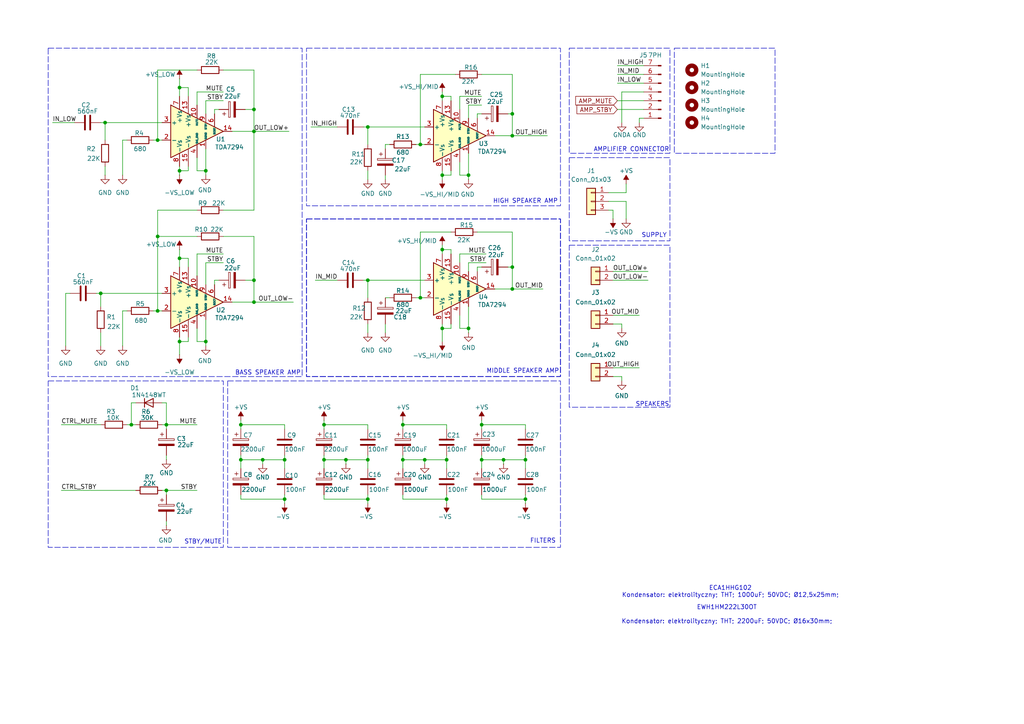
<source format=kicad_sch>
(kicad_sch (version 20231120) (generator "eeschema") (generator_version "8.0")
  (paper "A4")
  (title_block (title "Wzmacniacz"))
  (lib_symbols
    (symbol "Amplifier_Audio:TDA7294" (pin_names (offset 0.127))
      (property "Reference" "U" (at 10.16 6.35 0))
      (property "Value" "TDA7294" (at 10.16 3.81 0))
      (symbol "TDA7294_1_1"
        (pin power_in line (at 2.54 -5.08 90) (length 2.54) (name "SGND") (number "1"))
        (pin input line (at 0 7.62 270) (length 3.81) (name "MUTE") (number "10"))
        (pin no_connect line (at 0 2.54 270) (length 2.54) hide (name "NC") (number "11"))
        (pin no_connect line (at 2.54 2.54 270) (length 2.54) hide (name "NC") (number "12"))
        (pin power_in line (at -2.54 10.16 270) (length 5.08) (name "+Vs") (number "13"))
        (pin output line (at 10.16 0 180) (length 2.54) (name "~") (number "14"))
        (pin power_in line (at -2.54 -10.16 90) (length 5.08) (name "-Vs") (number "15"))
        (pin input line (at -10.16 -2.54 0) (length 2.54) (name "-") (number "2"))
        (pin input line (at -10.16 2.54 0) (length 2.54) (name "+") (number "3"))
        (pin power_in line (at 0 -7.62 90) (length 3.81) (name "SIG_GND") (number "4"))
        (pin no_connect line (at -2.54 2.54 270) (length 2.54) hide (name "NC") (number "5"))
        (pin passive line (at 5.08 5.08 270) (length 3.81) (name "BOOT") (number "6"))
        (pin power_in line (at -5.08 10.16 270) (length 3.81) (name "+Vs") (number "7"))
        (pin power_in line (at -5.08 -10.16 90) (length 3.81) (name "-Vs") (number "8"))
        (pin input line (at 2.54 5.08 270) (length 2.54) (name "STBY") (number "9"))
      )
    )
    (symbol "Connector:Conn_01x07_Pin" (pin_names (offset 1.016) hide)
      (property "Reference" "J" (at 0 10.16 0))
      (property "Value" "Conn_01x07_Pin" (at 0 -10.16 0))
      (symbol "Conn_01x07_Pin_1_1"
        (pin passive line (at 5.08 7.62 180) (length 3.81) (name "Pin_1") (number "1"))
        (pin passive line (at 5.08 5.08 180) (length 3.81) (name "Pin_2") (number "2"))
        (pin passive line (at 5.08 2.54 180) (length 3.81) (name "Pin_3") (number "3"))
        (pin passive line (at 5.08 0 180) (length 3.81) (name "Pin_4") (number "4"))
        (pin passive line (at 5.08 -2.54 180) (length 3.81) (name "Pin_5") (number "5"))
        (pin passive line (at 5.08 -5.08 180) (length 3.81) (name "Pin_6") (number "6"))
        (pin passive line (at 5.08 -7.62 180) (length 3.81) (name "Pin_7") (number "7"))
      )
    )
    (symbol "Connector_Generic:Conn_01x02" (pin_names (offset 1.016) hide)
      (property "Reference" "J" (at 0 2.54 0))
      (property "Value" "Conn_01x02" (at 0 -5.08 0))
      (symbol "Conn_01x02_1_1"
        (pin passive line (at -5.08 0 0) (length 3.81) (name "Pin_1") (number "1"))
        (pin passive line (at -5.08 -2.54 0) (length 3.81) (name "Pin_2") (number "2"))
      )
    )
    (symbol "Connector_Generic:Conn_01x03" (pin_names (offset 1.016) hide)
      (property "Reference" "J" (at 0 5.08 0))
      (property "Value" "Conn_01x03" (at 0 -5.08 0))
      (symbol "Conn_01x03_1_1"
        (pin passive line (at -5.08 2.54 0) (length 3.81) (name "Pin_1") (number "1"))
        (pin passive line (at -5.08 0 0) (length 3.81) (name "Pin_2") (number "2"))
        (pin passive line (at -5.08 -2.54 0) (length 3.81) (name "Pin_3") (number "3"))
      )
    )
    (symbol "Device:C" (pin_numbers hide) (pin_names (offset 0.254))
      (property "Reference" "C" (at 0.635 2.54 0))
      (property "Value" "C" (at 0.635 -2.54 0))
      (symbol "C_1_1"
        (pin passive line (at 0 3.81 270) (length 2.794) (name "~") (number "1"))
        (pin passive line (at 0 -3.81 90) (length 2.794) (name "~") (number "2"))
      )
    )
    (symbol "Device:C_Polarized" (pin_numbers hide) (pin_names (offset 0.254))
      (property "Reference" "C" (at 0.635 2.54 0))
      (property "Value" "C_Polarized" (at 0.635 -2.54 0))
      (symbol "C_Polarized_1_1"
        (pin passive line (at 0 3.81 270) (length 2.794) (name "~") (number "1"))
        (pin passive line (at 0 -3.81 90) (length 2.794) (name "~") (number "2"))
      )
    )
    (symbol "Device:R" (pin_numbers hide) (pin_names (offset 0))
      (property "Reference" "R" (at 2.032 0 90))
      (property "Value" "R" (at 0 0 90))
      (symbol "R_1_1"
        (pin passive line (at 0 3.81 270) (length 1.27) (name "~") (number "1"))
        (pin passive line (at 0 -3.81 90) (length 1.27) (name "~") (number "2"))
      )
    )
    (symbol "Diode:1N4148WT" (pin_numbers hide) (pin_names hide)
      (property "Reference" "D" (at 0 2.54 0))
      (property "Value" "1N4148WT" (at 0 -2.54 0))
      (symbol "1N4148WT_1_1"
        (pin passive line (at -3.81 0 0) (length 2.54) (name "K") (number "1"))
        (pin passive line (at 3.81 0 180) (length 2.54) (name "A") (number "2"))
      )
    )
    (symbol "Mechanical:MountingHole" (pin_names (offset 1.016)) (exclude_from_sim yes) (in_bom no)
      (property "Reference" "H" (at 0 5.08 0))
      (property "Value" "MountingHole" (at 0 3.175 0))
    )
    (symbol "power:GND" (power) (pin_numbers hide) (pin_names (offset 0) hide)
      (property "Value" "GND" (at 0 -3.81 0))
      (symbol "GND_1_1"
        (pin power_in line (at 0 0 270) (length 0) (name "~") (number "1"))
      )
    )
    (symbol "power:GNDA" (power) (pin_numbers hide) (pin_names (offset 0) hide)
      (property "Value" "GNDA" (at 0 -3.81 0))
      (symbol "GNDA_1_1"
        (pin power_in line (at 0 0 270) (length 0) (name "~") (number "1"))
      )
    )
    (symbol "power:VS" (power) (pin_numbers hide) (pin_names (offset 0) hide)
      (property "Value" "VS" (at 0 3.556 0))
      (symbol "VS_1_1"
        (pin power_in line (at 0 0 90) (length 0) (name "~") (number "1"))
      )
    )
  )
  (junction (at 135.89 50.8))
  (junction (at 45.72 68.58))
  (junction (at 52.07 25.4))
  (junction (at 82.55 133.35))
  (junction (at 148.59 33.02))
  (junction (at 69.85 123.19))
  (junction (at 30.48 35.56))
  (junction (at 121.92 41.91))
  (junction (at 139.7 133.35))
  (junction (at 152.4 133.35))
  (junction (at 116.84 123.19))
  (junction (at 106.68 144.78))
  (junction (at 29.21 85.09))
  (junction (at 45.72 40.64))
  (junction (at 38.1 123.19))
  (junction (at 48.26 142.24))
  (junction (at 121.92 86.36))
  (junction (at 129.54 144.78))
  (junction (at 128.27 95.25))
  (junction (at 128.27 50.8))
  (junction (at 52.07 49.53))
  (junction (at 73.66 31.75))
  (junction (at 128.27 72.39))
  (junction (at 152.4 144.78))
  (junction (at 106.68 36.83))
  (junction (at 128.27 27.94))
  (junction (at 116.84 133.35))
  (junction (at 69.85 133.35))
  (junction (at 148.59 83.82))
  (junction (at 82.55 144.78))
  (junction (at 106.68 81.28))
  (junction (at 146.05 133.35))
  (junction (at 59.69 49.53))
  (junction (at 76.2 133.35))
  (junction (at 52.07 74.93))
  (junction (at 59.69 99.06))
  (junction (at 100.33 133.35))
  (junction (at 48.26 123.19))
  (junction (at 135.89 95.25))
  (junction (at 123.19 133.35))
  (junction (at 73.66 38.1))
  (junction (at 139.7 123.19))
  (junction (at 73.66 81.28))
  (junction (at 93.98 133.35))
  (junction (at 148.59 77.47))
  (junction (at 45.72 90.17))
  (junction (at 148.59 39.37))
  (junction (at 93.98 123.19))
  (junction (at 73.66 87.63))
  (junction (at 106.68 133.35))
  (junction (at 129.54 133.35))
  (junction (at 52.07 99.06))
  (wire (pts (xy 71.12 31.75) (xy 73.66 31.75)))
  (wire (pts (xy 128.27 26.67) (xy 128.27 27.94)))
  (wire (pts (xy 82.55 133.35) (xy 82.55 135.89)))
  (wire (pts (xy 111.76 41.91) (xy 113.03 41.91)))
  (wire (pts (xy 69.85 133.35) (xy 76.2 133.35)))
  (wire (pts (xy 52.07 99.06) (xy 54.61 99.06)))
  (wire (pts (xy 100.33 133.35) (xy 106.68 133.35)))
  (wire (pts (xy 152.4 123.19) (xy 152.4 124.46)))
  (wire (pts (xy 106.68 49.53) (xy 106.68 52.07)))
  (wire (pts (xy 181.61 58.42) (xy 181.61 63.5)))
  (wire (pts (xy 93.98 133.35) (xy 93.98 135.89)))
  (wire (pts (xy 67.31 38.1) (xy 73.66 38.1)))
  (wire (pts (xy 48.26 123.19) (xy 57.15 123.19)))
  (wire (pts (xy 93.98 133.35) (xy 100.33 133.35)))
  (wire (pts (xy 128.27 27.94) (xy 128.27 29.21)))
  (wire (pts (xy 177.8 81.28) (xy 187.96 81.28)))
  (wire (pts (xy 106.68 144.78) (xy 106.68 143.51)))
  (wire (pts (xy 121.92 67.31) (xy 121.92 86.36)))
  (wire (pts (xy 129.54 132.08) (xy 129.54 133.35)))
  (wire (pts (xy 116.84 144.78) (xy 129.54 144.78)))
  (wire (pts (xy 128.27 95.25) (xy 128.27 99.06)))
  (wire (pts (xy 133.35 50.8) (xy 133.35 46.99)))
  (wire (pts (xy 59.69 43.18) (xy 59.69 49.53)))
  (wire (pts (xy 152.4 133.35) (xy 152.4 135.89)))
  (wire (pts (xy 185.42 34.29) (xy 185.42 35.56)))
  (wire (pts (xy 38.1 116.84) (xy 39.37 116.84)))
  (wire (pts (xy 27.94 85.09) (xy 29.21 85.09)))
  (wire (pts (xy 52.07 99.06) (xy 52.07 102.87)))
  (wire (pts (xy 176.53 58.42) (xy 181.61 58.42)))
  (wire (pts (xy 121.92 41.91) (xy 123.19 41.91)))
  (wire (pts (xy 69.85 121.92) (xy 69.85 123.19)))
  (wire (pts (xy 106.68 81.28) (xy 106.68 86.36)))
  (wire (pts (xy 177.8 106.68) (xy 185.42 106.68)))
  (wire (pts (xy 93.98 123.19) (xy 106.68 123.19)))
  (wire (pts (xy 35.56 90.17) (xy 36.83 90.17)))
  (wire (pts (xy 111.76 43.18) (xy 111.76 41.91)))
  (wire (pts (xy 116.84 132.08) (xy 116.84 133.35)))
  (wire (pts (xy 91.44 81.28) (xy 97.79 81.28)))
  (wire (pts (xy 135.89 30.48) (xy 135.89 34.29)))
  (wire (pts (xy 45.72 68.58) (xy 45.72 90.17)))
  (wire (pts (xy 128.27 93.98) (xy 128.27 95.25)))
  (wire (pts (xy 48.26 123.19) (xy 48.26 124.46)))
  (wire (pts (xy 73.66 20.32) (xy 73.66 31.75)))
  (wire (pts (xy 29.21 85.09) (xy 29.21 88.9)))
  (wire (pts (xy 130.81 67.31) (xy 121.92 67.31)))
  (wire (pts (xy 138.43 77.47) (xy 138.43 78.74)))
  (wire (pts (xy 93.98 123.19) (xy 93.98 124.46)))
  (wire (pts (xy 148.59 39.37) (xy 158.75 39.37)))
  (wire (pts (xy 116.84 123.19) (xy 116.84 124.46)))
  (wire (pts (xy 121.92 86.36) (xy 123.19 86.36)))
  (wire (pts (xy 30.48 48.26) (xy 30.48 50.8)))
  (wire (pts (xy 69.85 123.19) (xy 82.55 123.19)))
  (wire (pts (xy 48.26 116.84) (xy 48.26 123.19)))
  (wire (pts (xy 139.7 144.78) (xy 152.4 144.78)))
  (wire (pts (xy 121.92 21.59) (xy 121.92 41.91)))
  (wire (pts (xy 62.23 31.75) (xy 62.23 33.02)))
  (wire (pts (xy 93.98 144.78) (xy 106.68 144.78)))
  (wire (pts (xy 128.27 50.8) (xy 130.81 50.8)))
  (wire (pts (xy 130.81 50.8) (xy 130.81 49.53)))
  (wire (pts (xy 143.51 83.82) (xy 148.59 83.82)))
  (wire (pts (xy 130.81 27.94) (xy 130.81 29.21)))
  (wire (pts (xy 38.1 116.84) (xy 38.1 123.19)))
  (wire (pts (xy 36.83 123.19) (xy 38.1 123.19)))
  (wire (pts (xy 19.05 100.33) (xy 19.05 85.09)))
  (wire (pts (xy 133.35 95.25) (xy 133.35 91.44)))
  (wire (pts (xy 138.43 33.02) (xy 139.7 33.02)))
  (wire (pts (xy 111.76 86.36) (xy 113.03 86.36)))
  (wire (pts (xy 48.26 152.4) (xy 48.26 151.13)))
  (wire (pts (xy 76.2 133.35) (xy 76.2 134.62)))
  (wire (pts (xy 73.66 60.96) (xy 64.77 60.96)))
  (wire (pts (xy 45.72 90.17) (xy 46.99 90.17)))
  (wire (pts (xy 30.48 35.56) (xy 46.99 35.56)))
  (wire (pts (xy 135.89 44.45) (xy 135.89 50.8)))
  (wire (pts (xy 46.99 123.19) (xy 48.26 123.19)))
  (wire (pts (xy 116.84 144.78) (xy 116.84 143.51)))
  (wire (pts (xy 105.41 36.83) (xy 106.68 36.83)))
  (wire (pts (xy 52.07 25.4) (xy 52.07 27.94)))
  (wire (pts (xy 29.21 85.09) (xy 46.99 85.09)))
  (wire (pts (xy 71.12 81.28) (xy 73.66 81.28)))
  (wire (pts (xy 177.8 91.44) (xy 185.42 91.44)))
  (wire (pts (xy 69.85 144.78) (xy 69.85 143.51)))
  (wire (pts (xy 135.89 88.9) (xy 135.89 95.25)))
  (wire (pts (xy 139.7 123.19) (xy 152.4 123.19)))
  (wire (pts (xy 35.56 40.64) (xy 35.56 50.8)))
  (wire (pts (xy 59.69 99.06) (xy 57.15 99.06)))
  (wire (pts (xy 152.4 144.78) (xy 152.4 146.05)))
  (wire (pts (xy 177.8 60.96) (xy 177.8 63.5)))
  (wire (pts (xy 62.23 81.28) (xy 62.23 82.55)))
  (wire (pts (xy 152.4 132.08) (xy 152.4 133.35)))
  (wire (pts (xy 135.89 50.8) (xy 133.35 50.8)))
  (wire (pts (xy 30.48 35.56) (xy 30.48 40.64)))
  (wire (pts (xy 82.55 144.78) (xy 82.55 146.05)))
  (wire (pts (xy 130.81 95.25) (xy 130.81 93.98)))
  (wire (pts (xy 138.43 67.31) (xy 148.59 67.31)))
  (wire (pts (xy 57.15 26.67) (xy 57.15 30.48)))
  (wire (pts (xy 59.69 92.71) (xy 59.69 99.06)))
  (wire (pts (xy 106.68 123.19) (xy 106.68 124.46)))
  (wire (pts (xy 93.98 132.08) (xy 93.98 133.35)))
  (wire (pts (xy 129.54 133.35) (xy 129.54 135.89)))
  (wire (pts (xy 139.7 133.35) (xy 139.7 135.89)))
  (wire (pts (xy 52.07 72.39) (xy 52.07 74.93)))
  (wire (pts (xy 45.72 60.96) (xy 57.15 60.96)))
  (wire (pts (xy 111.76 50.8) (xy 111.76 52.07)))
  (wire (pts (xy 17.78 123.19) (xy 29.21 123.19)))
  (wire (pts (xy 15.24 35.56) (xy 21.59 35.56)))
  (wire (pts (xy 105.41 81.28) (xy 106.68 81.28)))
  (wire (pts (xy 138.43 77.47) (xy 139.7 77.47)))
  (wire (pts (xy 139.7 27.94) (xy 133.35 27.94)))
  (wire (pts (xy 106.68 81.28) (xy 123.19 81.28)))
  (wire (pts (xy 146.05 133.35) (xy 146.05 134.62)))
  (wire (pts (xy 44.45 90.17) (xy 45.72 90.17)))
  (wire (pts (xy 57.15 73.66) (xy 57.15 80.01)))
  (wire (pts (xy 130.81 72.39) (xy 130.81 73.66)))
  (wire (pts (xy 147.32 77.47) (xy 148.59 77.47)))
  (wire (pts (xy 128.27 71.12) (xy 128.27 72.39)))
  (wire (pts (xy 52.07 25.4) (xy 54.61 25.4)))
  (wire (pts (xy 45.72 60.96) (xy 45.72 68.58)))
  (wire (pts (xy 139.7 123.19) (xy 139.7 124.46)))
  (wire (pts (xy 186.69 34.29) (xy 185.42 34.29)))
  (wire (pts (xy 148.59 33.02) (xy 148.59 39.37)))
  (wire (pts (xy 45.72 20.32) (xy 45.72 40.64)))
  (wire (pts (xy 82.55 144.78) (xy 82.55 143.51)))
  (wire (pts (xy 73.66 38.1) (xy 83.82 38.1)))
  (wire (pts (xy 62.23 81.28) (xy 63.5 81.28)))
  (wire (pts (xy 52.07 48.26) (xy 52.07 49.53)))
  (wire (pts (xy 69.85 144.78) (xy 82.55 144.78)))
  (wire (pts (xy 93.98 144.78) (xy 93.98 143.51)))
  (wire (pts (xy 73.66 68.58) (xy 73.66 81.28)))
  (wire (pts (xy 64.77 76.2) (xy 59.69 76.2)))
  (wire (pts (xy 116.84 133.35) (xy 116.84 135.89)))
  (wire (pts (xy 54.61 49.53) (xy 54.61 48.26)))
  (wire (pts (xy 128.27 72.39) (xy 130.81 72.39)))
  (wire (pts (xy 64.77 20.32) (xy 73.66 20.32)))
  (wire (pts (xy 148.59 83.82) (xy 157.48 83.82)))
  (wire (pts (xy 148.59 77.47) (xy 148.59 83.82)))
  (wire (pts (xy 180.34 26.67) (xy 186.69 26.67)))
  (wire (pts (xy 59.69 99.06) (xy 59.69 100.33)))
  (wire (pts (xy 17.78 142.24) (xy 39.37 142.24)))
  (wire (pts (xy 116.84 121.92) (xy 116.84 123.19)))
  (wire (pts (xy 129.54 144.78) (xy 129.54 143.51)))
  (wire (pts (xy 48.26 142.24) (xy 46.99 142.24)))
  (wire (pts (xy 35.56 40.64) (xy 36.83 40.64)))
  (wire (pts (xy 106.68 144.78) (xy 106.68 146.05)))
  (wire (pts (xy 180.34 35.56) (xy 180.34 26.67)))
  (wire (pts (xy 57.15 68.58) (xy 45.72 68.58)))
  (wire (pts (xy 180.34 95.25) (xy 180.34 93.98)))
  (wire (pts (xy 59.69 76.2) (xy 59.69 82.55)))
  (wire (pts (xy 19.05 85.09) (xy 20.32 85.09)))
  (wire (pts (xy 116.84 123.19) (xy 129.54 123.19)))
  (wire (pts (xy 73.66 87.63) (xy 85.09 87.63)))
  (wire (pts (xy 48.26 133.35) (xy 48.26 132.08)))
  (wire (pts (xy 46.99 116.84) (xy 48.26 116.84)))
  (wire (pts (xy 29.21 96.52) (xy 29.21 100.33)))
  (wire (pts (xy 59.69 29.21) (xy 59.69 33.02)))
  (wire (pts (xy 186.69 24.13) (xy 179.07 24.13)))
  (wire (pts (xy 179.07 29.21) (xy 186.69 29.21)))
  (wire (pts (xy 69.85 123.19) (xy 69.85 124.46)))
  (wire (pts (xy 67.31 87.63) (xy 73.66 87.63)))
  (wire (pts (xy 54.61 25.4) (xy 54.61 27.94)))
  (wire (pts (xy 143.51 39.37) (xy 148.59 39.37)))
  (wire (pts (xy 179.07 31.75) (xy 186.69 31.75)))
  (wire (pts (xy 186.69 21.59) (xy 179.07 21.59)))
  (wire (pts (xy 90.17 36.83) (xy 97.79 36.83)))
  (wire (pts (xy 128.27 27.94) (xy 130.81 27.94)))
  (wire (pts (xy 52.07 74.93) (xy 54.61 74.93)))
  (wire (pts (xy 140.97 73.66) (xy 133.35 73.66)))
  (wire (pts (xy 139.7 21.59) (xy 148.59 21.59)))
  (wire (pts (xy 64.77 26.67) (xy 57.15 26.67)))
  (wire (pts (xy 57.15 99.06) (xy 57.15 95.25)))
  (wire (pts (xy 59.69 49.53) (xy 59.69 50.8)))
  (wire (pts (xy 148.59 21.59) (xy 148.59 33.02)))
  (wire (pts (xy 181.61 55.88) (xy 181.61 53.34)))
  (wire (pts (xy 106.68 93.98) (xy 106.68 96.52)))
  (wire (pts (xy 106.68 132.08) (xy 106.68 133.35)))
  (wire (pts (xy 148.59 67.31) (xy 148.59 77.47)))
  (wire (pts (xy 139.7 144.78) (xy 139.7 143.51)))
  (wire (pts (xy 180.34 93.98) (xy 177.8 93.98)))
  (wire (pts (xy 120.65 41.91) (xy 121.92 41.91)))
  (wire (pts (xy 73.66 38.1) (xy 73.66 60.96)))
  (wire (pts (xy 123.19 133.35) (xy 123.19 134.62)))
  (wire (pts (xy 139.7 133.35) (xy 146.05 133.35)))
  (wire (pts (xy 106.68 36.83) (xy 106.68 41.91)))
  (wire (pts (xy 106.68 133.35) (xy 106.68 135.89)))
  (wire (pts (xy 29.21 35.56) (xy 30.48 35.56)))
  (wire (pts (xy 57.15 20.32) (xy 45.72 20.32)))
  (wire (pts (xy 69.85 132.08) (xy 69.85 133.35)))
  (wire (pts (xy 132.08 21.59) (xy 121.92 21.59)))
  (wire (pts (xy 52.07 49.53) (xy 52.07 50.8)))
  (wire (pts (xy 62.23 31.75) (xy 63.5 31.75)))
  (wire (pts (xy 111.76 93.98) (xy 111.76 96.52)))
  (wire (pts (xy 82.55 132.08) (xy 82.55 133.35)))
  (wire (pts (xy 48.26 143.51) (xy 48.26 142.24)))
  (wire (pts (xy 59.69 49.53) (xy 57.15 49.53)))
  (wire (pts (xy 52.07 74.93) (xy 52.07 77.47)))
  (wire (pts (xy 54.61 74.93) (xy 54.61 77.47)))
  (wire (pts (xy 64.77 29.21) (xy 59.69 29.21)))
  (wire (pts (xy 73.66 81.28) (xy 73.66 87.63)))
  (wire (pts (xy 52.07 97.79) (xy 52.07 99.06)))
  (wire (pts (xy 64.77 73.66) (xy 57.15 73.66)))
  (wire (pts (xy 135.89 95.25) (xy 135.89 96.52)))
  (wire (pts (xy 35.56 90.17) (xy 35.56 100.33)))
  (wire (pts (xy 133.35 95.25) (xy 135.89 95.25)))
  (wire (pts (xy 52.07 22.86) (xy 52.07 25.4)))
  (wire (pts (xy 129.54 123.19) (xy 129.54 124.46)))
  (wire (pts (xy 133.35 73.66) (xy 133.35 76.2)))
  (wire (pts (xy 180.34 110.49) (xy 180.34 109.22)))
  (wire (pts (xy 176.53 55.88) (xy 181.61 55.88)))
  (wire (pts (xy 128.27 95.25) (xy 130.81 95.25)))
  (wire (pts (xy 152.4 144.78) (xy 152.4 143.51)))
  (wire (pts (xy 146.05 133.35) (xy 152.4 133.35)))
  (wire (pts (xy 106.68 36.83) (xy 123.19 36.83)))
  (wire (pts (xy 93.98 121.92) (xy 93.98 123.19)))
  (wire (pts (xy 76.2 133.35) (xy 82.55 133.35)))
  (wire (pts (xy 186.69 19.05) (xy 179.07 19.05)))
  (wire (pts (xy 48.26 142.24) (xy 57.15 142.24)))
  (wire (pts (xy 57.15 49.53) (xy 57.15 45.72)))
  (wire (pts (xy 45.72 40.64) (xy 46.99 40.64)))
  (wire (pts (xy 139.7 132.08) (xy 139.7 133.35)))
  (wire (pts (xy 140.97 76.2) (xy 135.89 76.2)))
  (wire (pts (xy 180.34 109.22) (xy 177.8 109.22)))
  (wire (pts (xy 44.45 40.64) (xy 45.72 40.64)))
  (wire (pts (xy 139.7 30.48) (xy 135.89 30.48)))
  (wire (pts (xy 177.8 78.74) (xy 187.96 78.74)))
  (wire (pts (xy 69.85 133.35) (xy 69.85 135.89)))
  (wire (pts (xy 129.54 144.78) (xy 129.54 146.05)))
  (wire (pts (xy 128.27 50.8) (xy 128.27 52.07)))
  (wire (pts (xy 128.27 72.39) (xy 128.27 73.66)))
  (wire (pts (xy 100.33 133.35) (xy 100.33 134.62)))
  (wire (pts (xy 147.32 33.02) (xy 148.59 33.02)))
  (wire (pts (xy 54.61 99.06) (xy 54.61 97.79)))
  (wire (pts (xy 176.53 60.96) (xy 177.8 60.96)))
  (wire (pts (xy 120.65 86.36) (xy 121.92 86.36)))
  (wire (pts (xy 38.1 123.19) (xy 39.37 123.19)))
  (wire (pts (xy 123.19 133.35) (xy 129.54 133.35)))
  (wire (pts (xy 73.66 31.75) (xy 73.66 38.1)))
  (wire (pts (xy 139.7 121.92) (xy 139.7 123.19)))
  (wire (pts (xy 82.55 123.19) (xy 82.55 124.46)))
  (wire (pts (xy 135.89 76.2) (xy 135.89 78.74)))
  (wire (pts (xy 116.84 133.35) (xy 123.19 133.35)))
  (wire (pts (xy 135.89 50.8) (xy 135.89 52.07)))
  (wire (pts (xy 138.43 33.02) (xy 138.43 34.29)))
  (wire (pts (xy 128.27 49.53) (xy 128.27 50.8)))
  (wire (pts (xy 52.07 49.53) (xy 54.61 49.53)))
  (wire (pts (xy 64.77 68.58) (xy 73.66 68.58)))
  (wire (pts (xy 133.35 27.94) (xy 133.35 31.75)))
  (rectangle (start 88.9 63.5) (end 162.56 109.22) (stroke (width 0) (type dash)))
  (rectangle (start 88.9 63.5) (end 162.56 109.22) (stroke (width 0) (type dash)))
  (rectangle (start 165.1 45.72) (end 194.31 69.85) (stroke (width 0) (type dash)))
  (rectangle (start 13.97 110.49) (end 64.77 158.75) (stroke (width 0) (type dash)))
  (rectangle (start 13.97 13.97) (end 87.63 109.22) (stroke (width 0) (type dash)))
  (rectangle (start 88.9 13.97) (end 162.56 59.69) (stroke (width 0) (type dash)))
  (rectangle (start 165.1 71.12) (end 194.31 118.11) (stroke (width 0) (type dash)))
  (rectangle (start 165.1 13.97) (end 194.31 44.45) (stroke (width 0) (type dash)))
  (rectangle (start 195.58 13.97) (end 224.79 44.45) (stroke (width 0) (type dash)))
  (rectangle (start 66.04 110.49) (end 162.56 158.75) (stroke (width 0) (type dash)))
  (text "AMPLIFIER CONNECTOR\n" (at 183.134 43.434 0) (effects (font (size 1.27 1.27))))
  (text "SPEAKERS" (at 189.23 117.348 0) (effects (font (size 1.27 1.27))))
  (text "ECA1HHG102\nKondensator: elektrolityczny; THT; 1000uF; 50VDC; Ø12,5x25mm;\n\n" (at 211.836 172.72 0) (effects (font (size 1.27 1.27))))
  (text "HIGH SPEAKER AMP" (at 152.4 58.42 0) (effects (font (size 1.27 1.27))))
  (text "STBY/MUTE" (at 58.928 157.226 0) (effects (font (size 1.27 1.27))))
  (text "BASS SPEAKER AMP" (at 77.724 108.204 0) (effects (font (size 1.27 1.27))))
  (text "FILTERS" (at 157.48 156.972 0) (effects (font (size 1.27 1.27))))
  (text "MIDDLE SPEAKER AMP" (at 151.638 107.696 0) (effects (font (size 1.27 1.27))))
  (text "SUPPLY\n" (at 189.738 68.326 0) (effects (font (size 1.27 1.27))))
  (text "\nEWH1HM222L30OT\n\nKondensator: elektrolityczny; THT; 2200uF; 50VDC; Ø16x30mm;" (at 210.82 177.292 0) (effects (font (size 1.27 1.27))))
  (label "CTRL_STBY" (at 17.78 142.24 0))
  (label "OUT_HIGH" (at 158.75 39.37 180))
  (label "MUTE" (at 57.15 123.19 180))
  (label "OUT_MID" (at 185.42 91.44 180))
  (label "MUTE" (at 139.7 27.94 180))
  (label "STBY" (at 64.77 29.21 180))
  (label "OUT_HIGH" (at 185.42 106.68 180))
  (label "MUTE" (at 140.97 73.66 180))
  (label "IN_HIGH" (at 179.07 19.05 0))
  (label "OUT_LOW-" (at 187.96 81.28 180))
  (label "OUT_LOW+" (at 83.82 38.1 180))
  (label "MUTE" (at 64.77 73.66 180))
  (label "IN_LOW" (at 179.07 24.13 0))
  (label "MUTE" (at 64.77 26.67 180))
  (label "CTRL_MUTE" (at 17.78 123.19 0))
  (label "STBY" (at 140.97 76.2 180))
  (label "STBY" (at 139.7 30.48 180))
  (label "IN_HIGH" (at 90.17 36.83 0))
  (label "IN_LOW" (at 15.24 35.56 0))
  (label "STBY" (at 64.77 76.2 180))
  (label "STBY" (at 57.15 142.24 180))
  (label "OUT_LOW+" (at 187.96 78.74 180))
  (label "OUT_MID" (at 157.48 83.82 180))
  (label "IN_MID" (at 91.44 81.28 0))
  (label "OUT_LOW-" (at 85.09 87.63 180))
  (label "IN_MID" (at 179.07 21.59 0))
  (global_label "AMP_MUTE" (shape input) (at 179.07 29.21 180) (property "Intersheetrefs" "${INTERSHEET_REFS}" (effects (hide yes))))
  (global_label "AMP_STBY" (shape input) (at 179.07 31.75 180) (property "Intersheetrefs" "${INTERSHEET_REFS}" (effects (hide yes))))
  (symbol (lib_id "Device:C") (at 152.4 128.27 180) (unit 1)
    (property "Reference" "C27" (at 154.432 126.238 0))
    (property "Value" "100nF" (at 155.448 130.302 0))
    (property "Footprint" "Capacitor_SMD:C_0603_1608Metric_Pad1.08x0.95mm_HandSolder" (effects (hide yes)))
    (property "Description" "Unpolarized capacitor" (effects (hide yes)))
  )
  (symbol (lib_id "Device:C_Polarized") (at 67.31 31.75 90) (unit 1)
    (property "Reference" "C5" (at 65.532 25.908 90) (effects (justify right)))
    (property "Value" "22uF" (at 65.024 27.94 90) (effects (justify right)))
    (property "Footprint" "Capacitor_THT:CP_Radial_D5.0mm_P2.00mm" (effects (hide yes)))
    (property "Description" "Polarized capacitor" (effects (hide yes)))
  )
  (symbol (lib_id "Connector_Generic:Conn_01x02") (at 172.72 106.68 0) (mirror y) (unit 1)
    (property "Reference" "J4" (at 172.72 100.076 0))
    (property "Value" "Conn_01x02" (at 172.72 102.87 0))
    (property "Footprint" "TerminalBlock_Phoenix:TerminalBlock_Phoenix_MKDS-1,5-2-5.08_1x02_P5.08mm_Horizontal" (effects (hide yes)))
    (property "Description" "Generic connector, single row, 01x02, script generated (kicad-library-utils/schlib/autogen/connector/)" (effects (hide yes)))
  )
  (symbol (lib_id "power:GND") (at 135.89 52.07 0) (unit 1)
    (property "Reference" "#PWR031" (effects (hide yes)))
    (property "Value" "GND" (at 135.636 56.388 0))
    (property "Description" "Power symbol creates a global label with name \"GND\" , ground" (effects (hide yes)))
  )
  (symbol (lib_id "power:VS") (at 116.84 121.92 0) (unit 1)
    (property "Reference" "#PWR024" (effects (hide yes)))
    (property "Value" "+VS" (at 114.808 118.11 0) (effects (justify left)))
    (property "Description" "Power symbol creates a global label with name \"VS\"" (effects (hide yes)))
  )
  (symbol (lib_id "Device:C") (at 101.6 36.83 90) (unit 1)
    (property "Reference" "C13" (at 101.092 31.75 90))
    (property "Value" "470nF" (at 101.6 33.528 90))
    (property "Footprint" "Capacitor_THT:C_Rect_L7.2mm_W3.5mm_P5.00mm_FKS2_FKP2_MKS2_MKP2" (effects (hide yes)))
    (property "Description" "Unpolarized capacitor" (effects (hide yes)))
  )
  (symbol (lib_id "power:VS") (at 139.7 121.92 0) (unit 1)
    (property "Reference" "#PWR033" (effects (hide yes)))
    (property "Value" "+VS" (at 137.668 118.11 0) (effects (justify left)))
    (property "Description" "Power symbol creates a global label with name \"VS\"" (effects (hide yes)))
  )
  (symbol (lib_id "Device:C_Polarized") (at 69.85 128.27 0) (unit 1)
    (property "Reference" "C7" (at 71.882 126.238 0))
    (property "Value" "2200uF" (at 73.406 130.302 0))
    (property "Footprint" "Capacitor_THT:CP_Radial_D16.0mm_P7.50mm" (effects (hide yes)))
    (property "Description" "Polarized capacitor" (effects (hide yes)))
  )
  (symbol (lib_id "power:VS") (at 52.07 102.87 180) (unit 1)
    (property "Reference" "#PWR011" (effects (hide yes)))
    (property "Value" "-VS_LOW" (at 52.07 107.95 0))
    (property "Description" "Power symbol creates a global label with name \"VS\"" (effects (hide yes)))
  )
  (symbol (lib_id "Device:C_Polarized") (at 48.26 128.27 0) (unit 1)
    (property "Reference" "C3" (at 52.578 127.254 0))
    (property "Value" "22uF" (at 53.848 129.032 0))
    (property "Footprint" "Capacitor_THT:CP_Radial_D4.0mm_P2.00mm" (effects (hide yes)))
    (property "Description" "Polarized capacitor" (effects (hide yes)))
  )
  (symbol (lib_id "Device:R") (at 40.64 90.17 90) (unit 1)
    (property "Reference" "R5" (at 40.64 88.138 90))
    (property "Value" "680" (at 40.894 92.964 90))
    (property "Footprint" "Resistor_SMD:R_0603_1608Metric_Pad0.98x0.95mm_HandSolder" (effects (hide yes)))
    (property "Description" "Resistor" (effects (hide yes)))
  )
  (symbol (lib_id "Device:R") (at 116.84 41.91 90) (unit 1)
    (property "Reference" "R13" (at 116.84 39.624 90))
    (property "Value" "680" (at 116.84 44.196 90))
    (property "Footprint" "Resistor_SMD:R_0603_1608Metric_Pad0.98x0.95mm_HandSolder" (effects (hide yes)))
    (property "Description" "Resistor" (effects (hide yes)))
  )
  (symbol (lib_id "power:GND") (at 106.68 52.07 0) (unit 1)
    (property "Reference" "#PWR019" (effects (hide yes)))
    (property "Value" "GND" (at 106.68 56.134 0))
    (property "Description" "Power symbol creates a global label with name \"GND\" , ground" (effects (hide yes)))
  )
  (symbol (lib_id "power:GND") (at 180.34 95.25 0) (unit 1)
    (property "Reference" "#PWR038" (effects (hide yes)))
    (property "Value" "GND" (at 180.34 99.568 0))
    (property "Description" "Power symbol creates a global label with name \"GND\" , ground" (effects (hide yes)))
  )
  (symbol (lib_id "power:VS") (at 52.07 72.39 0) (unit 1)
    (property "Reference" "#PWR010" (effects (hide yes)))
    (property "Value" "+VS_LOW" (at 46.736 70.866 0))
    (property "Description" "Power symbol creates a global label with name \"VS\"" (effects (hide yes)))
  )
  (symbol (lib_id "Device:C_Polarized") (at 67.31 81.28 90) (unit 1)
    (property "Reference" "C6" (at 65.532 75.692 90) (effects (justify right)))
    (property "Value" "22uF" (at 65.024 77.724 90) (effects (justify right)))
    (property "Footprint" "Capacitor_THT:CP_Radial_D5.0mm_P2.00mm" (effects (hide yes)))
    (property "Description" "Polarized capacitor" (effects (hide yes)))
  )
  (symbol (lib_id "power:GND") (at 48.26 133.35 0) (unit 1)
    (property "Reference" "#PWR06" (effects (hide yes)))
    (property "Value" "GND" (at 48.26 137.16 0))
    (property "Description" "Power symbol creates a global label with name \"GND\" , ground" (effects (hide yes)))
  )
  (symbol (lib_id "Device:C_Polarized") (at 116.84 139.7 0) (unit 1)
    (property "Reference" "C20" (at 118.872 137.668 0))
    (property "Value" "1000uF" (at 120.65 141.986 0))
    (property "Footprint" "Capacitor_THT:CP_Radial_D12.5mm_P5.00mm" (effects (hide yes)))
    (property "Description" "Polarized capacitor" (effects (hide yes)))
  )
  (symbol (lib_id "Device:C_Polarized") (at 143.51 33.02 90) (unit 1)
    (property "Reference" "C25" (at 141.986 27.432 90) (effects (justify right)))
    (property "Value" "22uF" (at 141.224 29.464 90) (effects (justify right)))
    (property "Footprint" "Capacitor_THT:CP_Radial_D5.0mm_P2.00mm" (effects (hide yes)))
    (property "Description" "Polarized capacitor" (effects (hide yes)))
  )
  (symbol (lib_id "Device:C_Polarized") (at 143.51 77.47 90) (unit 1)
    (property "Reference" "C26" (at 141.478 71.882 90) (effects (justify right)))
    (property "Value" "22uF" (at 141.478 73.914 90) (effects (justify right)))
    (property "Footprint" "Capacitor_THT:CP_Radial_D5.0mm_P2.00mm" (effects (hide yes)))
    (property "Description" "Polarized capacitor" (effects (hide yes)))
  )
  (symbol (lib_id "Mechanical:MountingHole") (at 200.66 25.4 0) (unit 1) (exclude_from_sim yes) (in_bom no)
    (property "Reference" "H2" (at 203.2 24.1299 0) (effects (justify left)))
    (property "Value" "MountingHole" (at 203.2 26.6699 0) (effects (justify left)))
    (property "Footprint" "MountingHole:MountingHole_2.7mm_Pad_Via" (effects (hide yes)))
    (property "Description" "Mounting Hole without connection" (effects (hide yes)))
  )
  (symbol (lib_id "power:GND") (at 59.69 50.8 0) (unit 1)
    (property "Reference" "#PWR012" (effects (hide yes)))
    (property "Value" "GND" (at 59.436 55.118 0))
    (property "Description" "Power symbol creates a global label with name \"GND\" , ground" (effects (hide yes)))
  )
  (symbol (lib_id "Device:C_Polarized") (at 69.85 139.7 0) (unit 1)
    (property "Reference" "C8" (at 71.882 137.668 0))
    (property "Value" "2200uF" (at 73.66 141.986 0))
    (property "Footprint" "Capacitor_THT:CP_Radial_D16.0mm_P7.50mm" (effects (hide yes)))
    (property "Description" "Polarized capacitor" (effects (hide yes)))
  )
  (symbol (lib_id "Device:R") (at 60.96 60.96 270) (unit 1)
    (property "Reference" "R9" (at 57.404 58.928 90) (effects (justify left)))
    (property "Value" "22K" (at 61.468 58.928 90) (effects (justify left)))
    (property "Footprint" "Resistor_SMD:R_0603_1608Metric_Pad0.98x0.95mm_HandSolder" (effects (hide yes)))
    (property "Description" "Resistor" (effects (hide yes)))
  )
  (symbol (lib_id "Device:C") (at 129.54 139.7 0) (unit 1)
    (property "Reference" "C22" (at 131.572 137.668 0))
    (property "Value" "100nF" (at 132.842 141.986 0))
    (property "Footprint" "Capacitor_SMD:C_0603_1608Metric_Pad1.08x0.95mm_HandSolder" (effects (hide yes)))
    (property "Description" "Unpolarized capacitor" (effects (hide yes)))
  )
  (symbol (lib_id "Amplifier_Audio:TDA7294") (at 133.35 83.82 0) (unit 1)
    (property "Reference" "U4" (at 140.208 86.106 0))
    (property "Value" "TDA7294" (at 142.748 88.392 0))
    (property "Footprint" "Package_TO_SOT_THT:TO-220-15_P2.54x2.54mm_StaggerOdd_Lead4.58mm_Vertical" (effects (hide yes)))
    (property "Datasheet" "http://www.st.com/resource/en/datasheet/tda7294.pdf" (effects (hide yes)))
    (property "Description" "100V - 100W DMOS Audio Amplifier with Mute/St-by, TO-220-15" (effects (hide yes)))
  )
  (symbol (lib_id "power:GND") (at 135.89 96.52 0) (unit 1)
    (property "Reference" "#PWR032" (effects (hide yes)))
    (property "Value" "GND" (at 135.89 100.838 0))
    (property "Description" "Power symbol creates a global label with name \"GND\" , ground" (effects (hide yes)))
  )
  (symbol (lib_id "Amplifier_Audio:TDA7294") (at 57.15 38.1 0) (unit 1)
    (property "Reference" "U1" (at 64.008 40.386 0))
    (property "Value" "TDA7294" (at 66.548 42.672 0))
    (property "Footprint" "Package_TO_SOT_THT:TO-220-15_P2.54x2.54mm_StaggerOdd_Lead4.58mm_Vertical" (effects (hide yes)))
    (property "Datasheet" "http://www.st.com/resource/en/datasheet/tda7294.pdf" (effects (hide yes)))
    (property "Description" "100V - 100W DMOS Audio Amplifier with Mute/St-by, TO-220-15" (effects (hide yes)))
  )
  (symbol (lib_id "power:VS") (at 69.85 121.92 0) (unit 1)
    (property "Reference" "#PWR014" (effects (hide yes)))
    (property "Value" "+VS" (at 67.818 118.11 0) (effects (justify left)))
    (property "Description" "Power symbol creates a global label with name \"VS\"" (effects (hide yes)))
  )
  (symbol (lib_id "power:VS") (at 152.4 146.05 180) (unit 1)
    (property "Reference" "#PWR035" (effects (hide yes)))
    (property "Value" "-VS" (at 149.86 149.86 0) (effects (justify right)))
    (property "Description" "Power symbol creates a global label with name \"VS\"" (effects (hide yes)))
  )
  (symbol (lib_id "Device:R") (at 43.18 123.19 90) (unit 1)
    (property "Reference" "R6" (at 43.688 119.38 90) (effects (justify left)))
    (property "Value" "30K" (at 44.704 121.158 90) (effects (justify left)))
    (property "Footprint" "Resistor_SMD:R_0603_1608Metric_Pad0.98x0.95mm_HandSolder" (effects (hide yes)))
    (property "Description" "Resistor" (effects (hide yes)))
  )
  (symbol (lib_id "Connector_Generic:Conn_01x03") (at 171.45 58.42 0) (mirror y) (unit 1)
    (property "Reference" "J1" (at 171.45 49.53 0))
    (property "Value" "Conn_01x03" (at 171.45 52.07 0))
    (property "Footprint" "TerminalBlock_Phoenix:TerminalBlock_Phoenix_MKDS-1,5-3-5.08_1x03_P5.08mm_Horizontal" (effects (hide yes)))
    (property "Description" "Generic connector, single row, 01x03, script generated (kicad-library-utils/schlib/autogen/connector/)" (effects (hide yes)))
  )
  (symbol (lib_id "power:GND") (at 181.61 63.5 0) (unit 1)
    (property "Reference" "#PWR041" (effects (hide yes)))
    (property "Value" "GND" (at 181.61 67.31 0))
    (property "Description" "Power symbol creates a global label with name \"GND\" , ground" (effects (hide yes)))
  )
  (symbol (lib_id "power:GND") (at 111.76 52.07 0) (unit 1)
    (property "Reference" "#PWR022" (effects (hide yes)))
    (property "Value" "GND" (at 111.76 56.134 0))
    (property "Description" "Power symbol creates a global label with name \"GND\" , ground" (effects (hide yes)))
  )
  (symbol (lib_id "power:GND") (at 76.2 134.62 0) (unit 1)
    (property "Reference" "#PWR015" (effects (hide yes)))
    (property "Value" "GND" (at 78.232 138.43 0) (effects (justify right)))
    (property "Description" "Power symbol creates a global label with name \"GND\" , ground" (effects (hide yes)))
  )
  (symbol (lib_id "Device:C") (at 106.68 128.27 180) (unit 1)
    (property "Reference" "C15" (at 108.712 126.238 0))
    (property "Value" "100nF" (at 109.728 130.302 0))
    (property "Footprint" "Capacitor_SMD:C_0603_1608Metric_Pad1.08x0.95mm_HandSolder" (effects (hide yes)))
    (property "Description" "Unpolarized capacitor" (effects (hide yes)))
  )
  (symbol (lib_id "power:GND") (at 180.34 110.49 0) (unit 1)
    (property "Reference" "#PWR039" (effects (hide yes)))
    (property "Value" "GND" (at 180.34 114.808 0))
    (property "Description" "Power symbol creates a global label with name \"GND\" , ground" (effects (hide yes)))
  )
  (symbol (lib_id "power:GND") (at 30.48 50.8 0) (unit 1)
    (property "Reference" "#PWR03" (effects (hide yes)))
    (property "Value" "GND" (at 30.48 55.88 0))
    (property "Description" "Power symbol creates a global label with name \"GND\" , ground" (effects (hide yes)))
  )
  (symbol (lib_id "Device:C") (at 24.13 85.09 90) (unit 1)
    (property "Reference" "C1" (at 23.622 80.01 90))
    (property "Value" "560nF" (at 24.13 81.788 90))
    (property "Footprint" "Capacitor_THT:C_Rect_L7.2mm_W3.5mm_P5.00mm_FKS2_FKP2_MKS2_MKP2" (effects (hide yes)))
    (property "Description" "Unpolarized capacitor" (effects (hide yes)))
  )
  (symbol (lib_id "power:VS") (at 52.07 22.86 0) (unit 1)
    (property "Reference" "#PWR08" (effects (hide yes)))
    (property "Value" "+VS_LOW" (at 46.482 21.59 0))
    (property "Description" "Power symbol creates a global label with name \"VS\"" (effects (hide yes)))
  )
  (symbol (lib_id "Device:C") (at 82.55 139.7 0) (unit 1)
    (property "Reference" "C10" (at 84.582 137.922 0))
    (property "Value" "100nF" (at 85.852 141.986 0))
    (property "Footprint" "Capacitor_SMD:C_0603_1608Metric_Pad1.08x0.95mm_HandSolder" (effects (hide yes)))
    (property "Description" "Unpolarized capacitor" (effects (hide yes)))
  )
  (symbol (lib_id "power:GND") (at 59.69 100.33 0) (unit 1)
    (property "Reference" "#PWR013" (effects (hide yes)))
    (property "Value" "GND" (at 59.436 104.648 0))
    (property "Description" "Power symbol creates a global label with name \"GND\" , ground" (effects (hide yes)))
  )
  (symbol (lib_id "Device:R") (at 116.84 86.36 90) (unit 1)
    (property "Reference" "R14" (at 116.84 84.328 90))
    (property "Value" "680" (at 116.84 88.392 90))
    (property "Footprint" "Resistor_SMD:R_0603_1608Metric_Pad0.98x0.95mm_HandSolder" (effects (hide yes)))
    (property "Description" "Resistor" (effects (hide yes)))
  )
  (symbol (lib_id "Amplifier_Audio:TDA7294") (at 57.15 87.63 0) (unit 1)
    (property "Reference" "U2" (at 64.008 89.916 0))
    (property "Value" "TDA7294" (at 66.548 92.202 0))
    (property "Footprint" "Package_TO_SOT_THT:TO-220-15_P2.54x2.54mm_StaggerOdd_Lead4.58mm_Vertical" (effects (hide yes)))
    (property "Datasheet" "http://www.st.com/resource/en/datasheet/tda7294.pdf" (effects (hide yes)))
    (property "Description" "100V - 100W DMOS Audio Amplifier with Mute/St-by, TO-220-15" (effects (hide yes)))
  )
  (symbol (lib_id "Amplifier_Audio:TDA7294") (at 133.35 39.37 0) (unit 1)
    (property "Reference" "U3" (at 140.208 41.656 0))
    (property "Value" "TDA7294" (at 142.748 43.942 0))
    (property "Footprint" "Package_TO_SOT_THT:TO-220-15_P2.54x2.54mm_StaggerOdd_Lead4.58mm_Vertical" (effects (hide yes)))
    (property "Datasheet" "http://www.st.com/resource/en/datasheet/tda7294.pdf" (effects (hide yes)))
    (property "Description" "100V - 100W DMOS Audio Amplifier with Mute/St-by, TO-220-15" (effects (hide yes)))
  )
  (symbol (lib_id "power:VS") (at 128.27 52.07 180) (unit 1)
    (property "Reference" "#PWR027" (effects (hide yes)))
    (property "Value" "-VS_HI/MID" (at 127.508 56.388 0))
    (property "Description" "Power symbol creates a global label with name \"VS\"" (effects (hide yes)))
  )
  (symbol (lib_id "Device:R") (at 60.96 68.58 270) (unit 1)
    (property "Reference" "R10" (at 56.388 66.548 90) (effects (justify left)))
    (property "Value" "22K" (at 60.96 66.548 90) (effects (justify left)))
    (property "Footprint" "Resistor_SMD:R_0603_1608Metric_Pad0.98x0.95mm_HandSolder" (effects (hide yes)))
    (property "Description" "Resistor" (effects (hide yes)))
  )
  (symbol (lib_id "Device:R") (at 29.21 92.71 180) (unit 1)
    (property "Reference" "R1" (at 32.258 91.948 0))
    (property "Value" "22K" (at 33.02 94.742 0))
    (property "Footprint" "Resistor_SMD:R_0603_1608Metric_Pad0.98x0.95mm_HandSolder" (effects (hide yes)))
    (property "Description" "Resistor" (effects (hide yes)))
  )
  (symbol (lib_id "Device:C_Polarized") (at 139.7 139.7 0) (unit 1)
    (property "Reference" "C24" (at 141.732 137.668 0))
    (property "Value" "1000uF" (at 143.51 141.986 0))
    (property "Footprint" "Capacitor_THT:CP_Radial_D12.5mm_P5.00mm" (effects (hide yes)))
    (property "Description" "Polarized capacitor" (effects (hide yes)))
  )
  (symbol (lib_id "Device:R") (at 135.89 21.59 270) (unit 1)
    (property "Reference" "R16" (at 134.62 19.558 90) (effects (justify left)))
    (property "Value" "22K" (at 133.858 23.622 90) (effects (justify left)))
    (property "Footprint" "Resistor_SMD:R_0603_1608Metric_Pad0.98x0.95mm_HandSolder" (effects (hide yes)))
    (property "Description" "Resistor" (effects (hide yes)))
  )
  (symbol (lib_id "Device:C") (at 101.6 81.28 90) (unit 1)
    (property "Reference" "C14" (at 101.092 76.2 90))
    (property "Value" "470nF" (at 101.6 77.978 90))
    (property "Footprint" "Capacitor_THT:C_Rect_L7.2mm_W3.5mm_P5.00mm_FKS2_FKP2_MKS2_MKP2" (effects (hide yes)))
    (property "Description" "Unpolarized capacitor" (effects (hide yes)))
  )
  (symbol (lib_id "Mechanical:MountingHole") (at 200.66 30.48 0) (unit 1) (exclude_from_sim yes) (in_bom no)
    (property "Reference" "H3" (at 203.2 29.2099 0) (effects (justify left)))
    (property "Value" "MountingHole" (at 203.2 31.7499 0) (effects (justify left)))
    (property "Footprint" "MountingHole:MountingHole_2.7mm_Pad_Via" (effects (hide yes)))
    (property "Description" "Mounting Hole without connection" (effects (hide yes)))
  )
  (symbol (lib_id "Device:C_Polarized") (at 93.98 139.7 0) (unit 1)
    (property "Reference" "C12" (at 96.012 137.668 0))
    (property "Value" "2200uF" (at 97.79 141.986 0))
    (property "Footprint" "Capacitor_THT:CP_Radial_D16.0mm_P7.50mm" (effects (hide yes)))
    (property "Description" "Polarized capacitor" (effects (hide yes)))
  )
  (symbol (lib_id "Device:R") (at 43.18 142.24 270) (unit 1)
    (property "Reference" "R7" (at 41.91 138.43 90) (effects (justify left)))
    (property "Value" "22K" (at 41.402 140.208 90) (effects (justify left)))
    (property "Footprint" "Resistor_SMD:R_0603_1608Metric_Pad0.98x0.95mm_HandSolder" (effects (hide yes)))
    (property "Description" "Resistor" (effects (hide yes)))
  )
  (symbol (lib_id "Device:C_Polarized") (at 48.26 147.32 0) (unit 1)
    (property "Reference" "C4" (at 52.324 146.558 0))
    (property "Value" "22uF" (at 53.594 148.336 0))
    (property "Footprint" "Capacitor_THT:CP_Radial_D4.0mm_P2.00mm" (effects (hide yes)))
    (property "Description" "Polarized capacitor" (effects (hide yes)))
  )
  (symbol (lib_id "Device:R") (at 30.48 44.45 180) (unit 1)
    (property "Reference" "R2" (at 26.416 43.18 0))
    (property "Value" "22K" (at 27.178 45.974 0))
    (property "Footprint" "Resistor_SMD:R_0603_1608Metric_Pad0.98x0.95mm_HandSolder" (effects (hide yes)))
    (property "Description" "Resistor" (effects (hide yes)))
  )
  (symbol (lib_id "Device:C_Polarized") (at 116.84 128.27 0) (unit 1)
    (property "Reference" "C19" (at 118.872 126.238 0))
    (property "Value" "1000uF" (at 120.396 130.302 0))
    (property "Footprint" "Capacitor_THT:CP_Radial_D12.5mm_P5.00mm" (effects (hide yes)))
    (property "Description" "Polarized capacitor" (effects (hide yes)))
  )
  (symbol (lib_id "Mechanical:MountingHole") (at 200.66 35.56 0) (unit 1) (exclude_from_sim yes) (in_bom no)
    (property "Reference" "H4" (at 203.2 34.2899 0) (effects (justify left)))
    (property "Value" "MountingHole" (at 203.2 36.8299 0) (effects (justify left)))
    (property "Footprint" "MountingHole:MountingHole_2.7mm_Pad_Via" (effects (hide yes)))
    (property "Description" "Mounting Hole without connection" (effects (hide yes)))
  )
  (symbol (lib_id "power:VS") (at 106.68 146.05 180) (unit 1)
    (property "Reference" "#PWR021" (effects (hide yes)))
    (property "Value" "-VS" (at 104.14 149.86 0) (effects (justify right)))
    (property "Description" "Power symbol creates a global label with name \"VS\"" (effects (hide yes)))
  )
  (symbol (lib_id "Device:R") (at 106.68 90.17 180) (unit 1)
    (property "Reference" "R12" (at 104.14 89.408 0))
    (property "Value" "22K" (at 103.378 91.948 0))
    (property "Footprint" "Resistor_SMD:R_0603_1608Metric_Pad0.98x0.95mm_HandSolder" (effects (hide yes)))
    (property "Description" "Resistor" (effects (hide yes)))
  )
  (symbol (lib_id "power:VS") (at 181.61 53.34 0) (unit 1)
    (property "Reference" "#PWR040" (effects (hide yes)))
    (property "Value" "+VS" (at 179.578 49.53 0) (effects (justify left)))
    (property "Description" "Power symbol creates a global label with name \"VS\"" (effects (hide yes)))
  )
  (symbol (lib_id "power:VS") (at 82.55 146.05 180) (unit 1)
    (property "Reference" "#PWR016" (effects (hide yes)))
    (property "Value" "-VS" (at 80.01 149.86 0) (effects (justify right)))
    (property "Description" "Power symbol creates a global label with name \"VS\"" (effects (hide yes)))
  )
  (symbol (lib_id "Device:C") (at 152.4 139.7 0) (unit 1)
    (property "Reference" "C28" (at 154.432 137.668 0))
    (property "Value" "100nF" (at 155.702 141.986 0))
    (property "Footprint" "Capacitor_SMD:C_0603_1608Metric_Pad1.08x0.95mm_HandSolder" (effects (hide yes)))
    (property "Description" "Unpolarized capacitor" (effects (hide yes)))
  )
  (symbol (lib_id "Mechanical:MountingHole") (at 200.66 20.32 0) (unit 1) (exclude_from_sim yes) (in_bom no)
    (property "Reference" "H1" (at 203.2 19.0499 0) (effects (justify left)))
    (property "Value" "MountingHole" (at 203.2 21.5899 0) (effects (justify left)))
    (property "Footprint" "MountingHole:MountingHole_2.7mm_Pad_Via" (effects (hide yes)))
    (property "Description" "Mounting Hole without connection" (effects (hide yes)))
  )
  (symbol (lib_id "power:VS") (at 52.07 50.8 180) (unit 1)
    (property "Reference" "#PWR09" (effects (hide yes)))
    (property "Value" "-VS_LOW" (at 52.07 55.88 0))
    (property "Description" "Power symbol creates a global label with name \"VS\"" (effects (hide yes)))
  )
  (symbol (lib_id "power:GND") (at 35.56 50.8 0) (unit 1)
    (property "Reference" "#PWR04" (effects (hide yes)))
    (property "Value" "GND" (at 35.56 55.88 0))
    (property "Description" "Power symbol creates a global label with name \"GND\" , ground" (effects (hide yes)))
  )
  (symbol (lib_id "Device:C") (at 129.54 128.27 180) (unit 1)
    (property "Reference" "C21" (at 131.572 126.238 0))
    (property "Value" "100nF" (at 132.588 130.302 0))
    (property "Footprint" "Capacitor_SMD:C_0603_1608Metric_Pad1.08x0.95mm_HandSolder" (effects (hide yes)))
    (property "Description" "Unpolarized capacitor" (effects (hide yes)))
  )
  (symbol (lib_id "Connector:Conn_01x07_Pin") (at 191.77 26.67 180) (unit 1)
    (property "Reference" "J5" (at 185.42 16.002 0) (effects (justify right)))
    (property "Value" "7PH" (at 187.96 16.002 0) (effects (justify right)))
    (property "Footprint" "Connector_JST:JST_PH_B7B-PH-K_1x07_P2.00mm_Vertical" (effects (hide yes)))
    (property "Description" "Generic connector, single row, 01x07, script generated" (effects (hide yes)))
  )
  (symbol (lib_id "power:GND") (at 48.26 152.4 0) (unit 1)
    (property "Reference" "#PWR07" (effects (hide yes)))
    (property "Value" "GND" (at 48.006 156.718 0))
    (property "Description" "Power symbol creates a global label with name \"GND\" , ground" (effects (hide yes)))
  )
  (symbol (lib_id "power:GND") (at 123.19 134.62 0) (unit 1)
    (property "Reference" "#PWR025" (effects (hide yes)))
    (property "Value" "GND" (at 125.222 138.43 0) (effects (justify right)))
    (property "Description" "Power symbol creates a global label with name \"GND\" , ground" (effects (hide yes)))
  )
  (symbol (lib_id "power:VS") (at 128.27 71.12 0) (unit 1)
    (property "Reference" "#PWR028" (effects (hide yes)))
    (property "Value" "+VS_HI/MID" (at 120.904 69.85 0))
    (property "Description" "Power symbol creates a global label with name \"VS\"" (effects (hide yes)))
  )
  (symbol (lib_id "Device:R") (at 106.68 45.72 180) (unit 1)
    (property "Reference" "R11" (at 103.886 44.704 0))
    (property "Value" "22K" (at 103.378 46.99 0))
    (property "Footprint" "Resistor_SMD:R_0603_1608Metric_Pad0.98x0.95mm_HandSolder" (effects (hide yes)))
    (property "Description" "Resistor" (effects (hide yes)))
  )
  (symbol (lib_id "power:GNDA") (at 180.34 35.56 0) (unit 1)
    (property "Reference" "#PWR037" (effects (hide yes)))
    (property "Value" "GNDA" (at 180.34 39.116 0))
    (property "Description" "Power symbol creates a global label with name \"GNDA\" , analog ground" (effects (hide yes)))
  )
  (symbol (lib_id "power:GND") (at 29.21 100.33 0) (unit 1)
    (property "Reference" "#PWR02" (effects (hide yes)))
    (property "Value" "GND" (at 29.21 105.41 0))
    (property "Description" "Power symbol creates a global label with name \"GND\" , ground" (effects (hide yes)))
  )
  (symbol (lib_id "power:GND") (at 35.56 100.33 0) (unit 1)
    (property "Reference" "#PWR05" (effects (hide yes)))
    (property "Value" "GND" (at 35.56 105.41 0))
    (property "Description" "Power symbol creates a global label with name \"GND\" , ground" (effects (hide yes)))
  )
  (symbol (lib_id "power:GND") (at 185.42 35.56 0) (unit 1)
    (property "Reference" "#PWR042" (effects (hide yes)))
    (property "Value" "GND" (at 185.42 39.116 0))
    (property "Description" "Power symbol creates a global label with name \"GND\" , ground" (effects (hide yes)))
  )
  (symbol (lib_id "Device:C") (at 82.55 128.27 180) (unit 1)
    (property "Reference" "C9" (at 84.582 126.238 0))
    (property "Value" "100nF" (at 85.598 130.302 0))
    (property "Footprint" "Capacitor_SMD:C_0603_1608Metric_Pad1.08x0.95mm_HandSolder" (effects (hide yes)))
    (property "Description" "Unpolarized capacitor" (effects (hide yes)))
  )
  (symbol (lib_id "power:GND") (at 146.05 134.62 0) (unit 1)
    (property "Reference" "#PWR034" (effects (hide yes)))
    (property "Value" "GND" (at 148.082 138.43 0) (effects (justify right)))
    (property "Description" "Power symbol creates a global label with name \"GND\" , ground" (effects (hide yes)))
  )
  (symbol (lib_id "Connector_Generic:Conn_01x02") (at 172.72 78.74 0) (mirror y) (unit 1)
    (property "Reference" "J2" (at 172.72 72.39 0))
    (property "Value" "Conn_01x02" (at 172.72 74.93 0))
    (property "Footprint" "TerminalBlock_Phoenix:TerminalBlock_Phoenix_MKDS-1,5-2-5.08_1x02_P5.08mm_Horizontal" (effects (hide yes)))
    (property "Description" "Generic connector, single row, 01x02, script generated (kicad-library-utils/schlib/autogen/connector/)" (effects (hide yes)))
  )
  (symbol (lib_id "Device:R") (at 33.02 123.19 90) (unit 1)
    (property "Reference" "R3" (at 33.528 119.38 90) (effects (justify left)))
    (property "Value" "10K" (at 34.798 121.158 90) (effects (justify left)))
    (property "Footprint" "Resistor_SMD:R_0603_1608Metric_Pad0.98x0.95mm_HandSolder" (effects (hide yes)))
    (property "Description" "Resistor" (effects (hide yes)))
  )
  (symbol (lib_id "Device:R") (at 60.96 20.32 270) (unit 1)
    (property "Reference" "R8" (at 59.944 16.256 90) (effects (justify left)))
    (property "Value" "22K" (at 59.436 18.034 90) (effects (justify left)))
    (property "Footprint" "Resistor_SMD:R_0603_1608Metric_Pad0.98x0.95mm_HandSolder" (effects (hide yes)))
    (property "Description" "Resistor" (effects (hide yes)))
  )
  (symbol (lib_id "Device:C_Polarized") (at 139.7 128.27 0) (unit 1)
    (property "Reference" "C23" (at 141.732 125.984 0))
    (property "Value" "1000uF" (at 143.256 130.302 0))
    (property "Footprint" "Capacitor_THT:CP_Radial_D12.5mm_P5.00mm" (effects (hide yes)))
    (property "Description" "Polarized capacitor" (effects (hide yes)))
  )
  (symbol (lib_id "power:GND") (at 111.76 96.52 0) (unit 1)
    (property "Reference" "#PWR023" (effects (hide yes)))
    (property "Value" "GND" (at 111.76 101.6 0))
    (property "Description" "Power symbol creates a global label with name \"GND\" , ground" (effects (hide yes)))
  )
  (symbol (lib_id "Device:C_Polarized") (at 93.98 128.27 0) (unit 1)
    (property "Reference" "C11" (at 96.012 126.238 0))
    (property "Value" "2200uF" (at 97.536 130.302 0))
    (property "Footprint" "Capacitor_THT:CP_Radial_D16.0mm_P7.50mm" (effects (hide yes)))
    (property "Description" "Polarized capacitor" (effects (hide yes)))
  )
  (symbol (lib_id "power:GND") (at 106.68 96.52 0) (unit 1)
    (property "Reference" "#PWR020" (effects (hide yes)))
    (property "Value" "GND" (at 106.68 101.6 0))
    (property "Description" "Power symbol creates a global label with name \"GND\" , ground" (effects (hide yes)))
  )
  (symbol (lib_id "power:VS") (at 128.27 26.67 0) (unit 1)
    (property "Reference" "#PWR026" (effects (hide yes)))
    (property "Value" "+VS_HI/MID" (at 121.412 25.146 0))
    (property "Description" "Power symbol creates a global label with name \"VS\"" (effects (hide yes)))
  )
  (symbol (lib_id "Device:C_Polarized") (at 111.76 90.17 0) (unit 1)
    (property "Reference" "C18" (at 116.078 91.948 0))
    (property "Value" "22uF" (at 117.094 90.17 0))
    (property "Footprint" "Capacitor_THT:CP_Radial_D4.0mm_P2.00mm" (effects (hide yes)))
    (property "Description" "Polarized capacitor" (effects (hide yes)))
  )
  (symbol (lib_id "Device:C_Polarized") (at 111.76 46.99 0) (unit 1)
    (property "Reference" "C17" (at 115.57 46.482 0))
    (property "Value" "22uF" (at 116.84 49.022 0))
    (property "Footprint" "Capacitor_THT:CP_Radial_D4.0mm_P2.00mm" (effects (hide yes)))
    (property "Description" "Polarized capacitor" (effects (hide yes)))
  )
  (symbol (lib_id "power:VS") (at 177.8 63.5 180) (unit 1)
    (property "Reference" "#PWR036" (effects (hide yes)))
    (property "Value" "-VS" (at 175.26 67.31 0) (effects (justify right)))
    (property "Description" "Power symbol creates a global label with name \"VS\"" (effects (hide yes)))
  )
  (symbol (lib_id "Device:R") (at 40.64 40.64 90) (unit 1)
    (property "Reference" "R4" (at 40.386 38.608 90))
    (property "Value" "680" (at 40.64 43.18 90))
    (property "Footprint" "Resistor_SMD:R_0603_1608Metric_Pad0.98x0.95mm_HandSolder" (effects (hide yes)))
    (property "Description" "Resistor" (effects (hide yes)))
  )
  (symbol (lib_id "power:GND") (at 19.05 100.33 0) (unit 1)
    (property "Reference" "#PWR01" (effects (hide yes)))
    (property "Value" "GND" (at 19.05 105.41 0))
    (property "Description" "Power symbol creates a global label with name \"GND\" , ground" (effects (hide yes)))
  )
  (symbol (lib_id "Diode:1N4148WT") (at 43.18 116.84 0) (unit 1)
    (property "Reference" "D1" (at 39.116 112.522 0))
    (property "Value" "1N4148WT" (at 43.18 114.554 0))
    (property "Footprint" "Diode_SMD:D_SOD-123" (effects (hide yes)))
    (property "Datasheet" "https://www.diodes.com/assets/Datasheets/ds30396.pdf" (effects (hide yes)))
    (property "Description" "75V 0.15A Fast switching Diode, SOD-523" (effects (hide yes)))
    (property "Sim.Device" "D" (effects (hide yes)))
    (property "Sim.Pins" "1=K 2=A" (effects (hide yes)))
  )
  (symbol (lib_id "Connector_Generic:Conn_01x02") (at 172.72 91.44 0) (mirror y) (unit 1)
    (property "Reference" "J3" (at 172.72 84.836 0))
    (property "Value" "Conn_01x02" (at 172.72 87.63 0))
    (property "Footprint" "TerminalBlock_Phoenix:TerminalBlock_Phoenix_MKDS-1,5-2-5.08_1x02_P5.08mm_Horizontal" (effects (hide yes)))
    (property "Description" "Generic connector, single row, 01x02, script generated (kicad-library-utils/schlib/autogen/connector/)" (effects (hide yes)))
  )
  (symbol (lib_id "power:VS") (at 128.27 99.06 180) (unit 1)
    (property "Reference" "#PWR029" (effects (hide yes)))
    (property "Value" "-VS_HI/MID" (at 125.476 103.124 0))
    (property "Description" "Power symbol creates a global label with name \"VS\"" (effects (hide yes)))
  )
  (symbol (lib_id "power:VS") (at 93.98 121.92 0) (unit 1)
    (property "Reference" "#PWR017" (effects (hide yes)))
    (property "Value" "+VS" (at 91.948 118.11 0) (effects (justify left)))
    (property "Description" "Power symbol creates a global label with name \"VS\"" (effects (hide yes)))
  )
  (symbol (lib_id "power:GND") (at 100.33 134.62 0) (unit 1)
    (property "Reference" "#PWR018" (effects (hide yes)))
    (property "Value" "GND" (at 102.362 138.43 0) (effects (justify right)))
    (property "Description" "Power symbol creates a global label with name \"GND\" , ground" (effects (hide yes)))
  )
  (symbol (lib_id "power:VS") (at 129.54 146.05 180) (unit 1)
    (property "Reference" "#PWR030" (effects (hide yes)))
    (property "Value" "-VS" (at 127 149.86 0) (effects (justify right)))
    (property "Description" "Power symbol creates a global label with name \"VS\"" (effects (hide yes)))
  )
  (symbol (lib_id "Device:C") (at 106.68 139.7 0) (unit 1)
    (property "Reference" "C16" (at 108.712 137.668 0))
    (property "Value" "100nF" (at 109.982 141.986 0))
    (property "Footprint" "Capacitor_SMD:C_0603_1608Metric_Pad1.08x0.95mm_HandSolder" (effects (hide yes)))
    (property "Description" "Unpolarized capacitor" (effects (hide yes)))
  )
  (symbol (lib_id "Device:R") (at 134.62 67.31 270) (unit 1)
    (property "Reference" "R15" (at 133.35 65.278 90) (effects (justify left)))
    (property "Value" "22K" (at 132.588 69.596 90) (effects (justify left)))
    (property "Footprint" "Resistor_SMD:R_0603_1608Metric_Pad0.98x0.95mm_HandSolder" (effects (hide yes)))
    (property "Description" "Resistor" (effects (hide yes)))
  )
  (symbol (lib_id "Device:C") (at 25.4 35.56 90) (unit 1)
    (property "Reference" "C2" (at 24.892 30.48 90))
    (property "Value" "560nF" (at 25.4 32.258 90))
    (property "Footprint" "Capacitor_THT:C_Rect_L7.2mm_W3.5mm_P5.00mm_FKS2_FKP2_MKS2_MKP2" (effects (hide yes)))
    (property "Description" "Unpolarized capacitor" (effects (hide yes)))
  )
)
</source>
